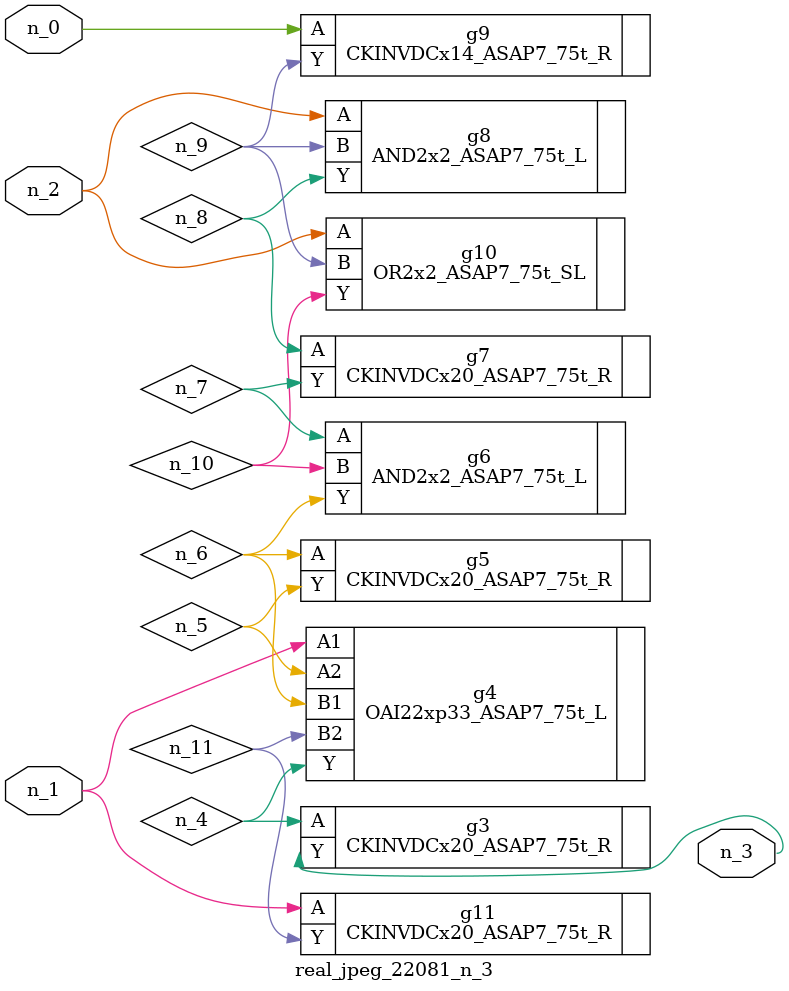
<source format=v>
module real_jpeg_22081_n_3 (n_1, n_0, n_2, n_3);

input n_1;
input n_0;
input n_2;

output n_3;

wire n_5;
wire n_4;
wire n_8;
wire n_11;
wire n_6;
wire n_7;
wire n_10;
wire n_9;

CKINVDCx14_ASAP7_75t_R g9 ( 
.A(n_0),
.Y(n_9)
);

OAI22xp33_ASAP7_75t_L g4 ( 
.A1(n_1),
.A2(n_5),
.B1(n_6),
.B2(n_11),
.Y(n_4)
);

CKINVDCx20_ASAP7_75t_R g11 ( 
.A(n_1),
.Y(n_11)
);

AND2x2_ASAP7_75t_L g8 ( 
.A(n_2),
.B(n_9),
.Y(n_8)
);

OR2x2_ASAP7_75t_SL g10 ( 
.A(n_2),
.B(n_9),
.Y(n_10)
);

CKINVDCx20_ASAP7_75t_R g3 ( 
.A(n_4),
.Y(n_3)
);

CKINVDCx20_ASAP7_75t_R g5 ( 
.A(n_6),
.Y(n_5)
);

AND2x2_ASAP7_75t_L g6 ( 
.A(n_7),
.B(n_10),
.Y(n_6)
);

CKINVDCx20_ASAP7_75t_R g7 ( 
.A(n_8),
.Y(n_7)
);


endmodule
</source>
